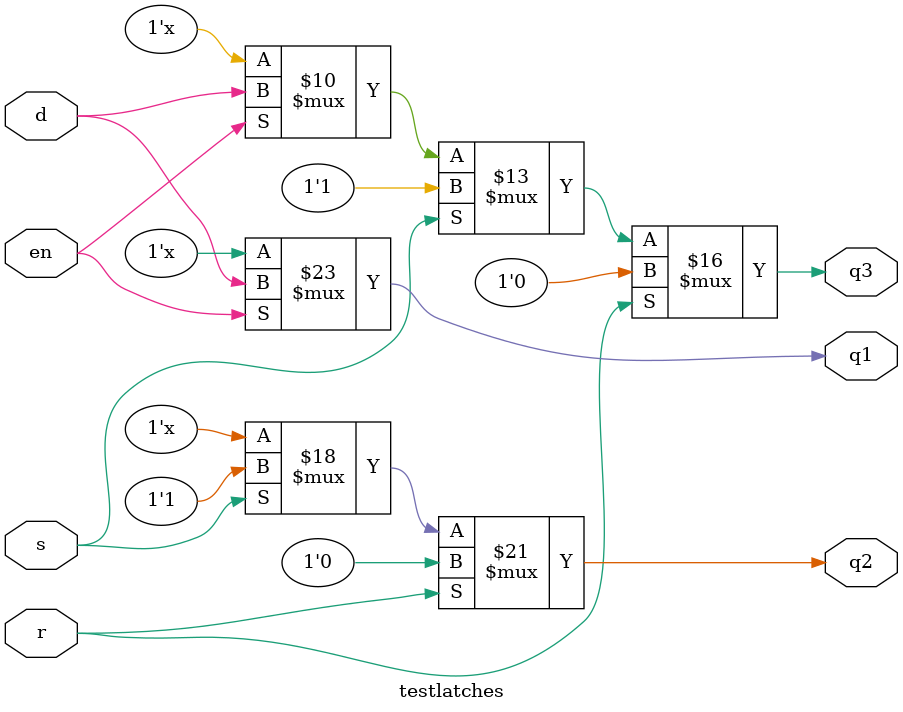
<source format=v>
module testlatches
  (
   input      s,
   input      r,
   input      d,
   input      en,
   output reg q1,
   output reg q2,
   output reg q3
   );

   // Infer a transparent latch
   always @(en, d)
     if (en == 1)
       q1 <= d;

   // Infer a set-reset latch
   always @(s, r)
     if (r == 1)
    	 q2 <= 1'b0;
     else if (s == 1)
       q2 <= 1'b1;

   // Infer a Transparent latch with S and R
   always @(s, r, en, d)
     if (r == 1)
    	 q3 <= 1'b0;
     else if (s == 1)
       q3 <= 1'b1;
     else if (en == 1)
       q3 <= d;

endmodule // testlatches

</source>
